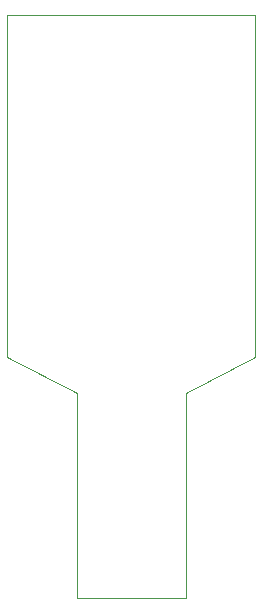
<source format=gbr>
G04 #@! TF.GenerationSoftware,KiCad,Pcbnew,6.0.0-rc1-unknown-bb2e402~66~ubuntu16.04.1*
G04 #@! TF.CreationDate,2019-01-25T18:37:06+01:00
G04 #@! TF.ProjectId,trollfinger-breakout,74726f6c-6c66-4696-9e67-65722d627265,rev?*
G04 #@! TF.SameCoordinates,PX848f8c0PY66ff300*
G04 #@! TF.FileFunction,Profile,NP*
%FSLAX46Y46*%
G04 Gerber Fmt 4.6, Leading zero omitted, Abs format (unit mm)*
G04 Created by KiCad (PCBNEW 6.0.0-rc1-unknown-bb2e402~66~ubuntu16.04.1) date fre 25 jan 2019 18:37:06*
%MOMM*%
%LPD*%
G04 APERTURE LIST*
%ADD10C,0.050000*%
G04 APERTURE END LIST*
D10*
X21000000Y21000000D02*
X15200000Y18000000D01*
X21000000Y50000000D02*
X21000000Y21000000D01*
X0Y50000000D02*
X21000000Y50000000D01*
X0Y21000000D02*
X0Y50000000D01*
X6000000Y18000000D02*
X0Y21000000D01*
X15200000Y7100000D02*
X15200000Y18000000D01*
X6000000Y7100000D02*
X6000000Y18000000D01*
X6000000Y600000D02*
X15200000Y600000D01*
X6000000Y7100000D02*
X6000000Y600000D01*
X15200000Y600000D02*
X15200000Y7100000D01*
M02*

</source>
